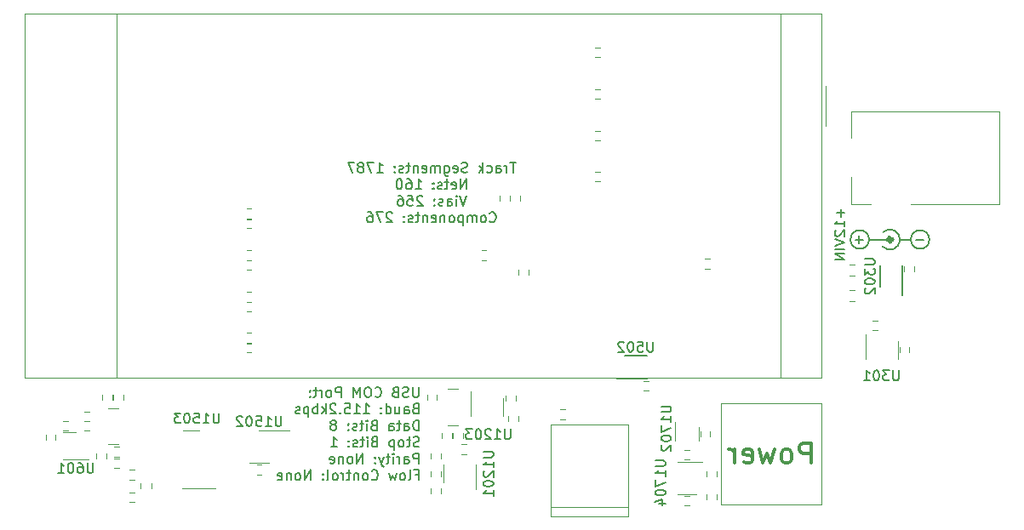
<source format=gbr>
G04 #@! TF.GenerationSoftware,KiCad,Pcbnew,(5.1.4)-1*
G04 #@! TF.CreationDate,2020-06-05T19:42:11-05:00*
G04 #@! TF.ProjectId,Pulse_Oximeter,50756c73-655f-44f7-9869-6d657465722e,rev?*
G04 #@! TF.SameCoordinates,Original*
G04 #@! TF.FileFunction,Legend,Bot*
G04 #@! TF.FilePolarity,Positive*
%FSLAX46Y46*%
G04 Gerber Fmt 4.6, Leading zero omitted, Abs format (unit mm)*
G04 Created by KiCad (PCBNEW (5.1.4)-1) date 2020-06-05 19:42:11*
%MOMM*%
%LPD*%
G04 APERTURE LIST*
%ADD10C,0.150000*%
%ADD11C,0.300000*%
%ADD12C,0.500000*%
%ADD13C,0.120000*%
G04 APERTURE END LIST*
D10*
X151175404Y-102134380D02*
X151175404Y-102943904D01*
X151127785Y-103039142D01*
X151080166Y-103086761D01*
X150984928Y-103134380D01*
X150794452Y-103134380D01*
X150699214Y-103086761D01*
X150651595Y-103039142D01*
X150603976Y-102943904D01*
X150603976Y-102134380D01*
X150175404Y-103086761D02*
X150032547Y-103134380D01*
X149794452Y-103134380D01*
X149699214Y-103086761D01*
X149651595Y-103039142D01*
X149603976Y-102943904D01*
X149603976Y-102848666D01*
X149651595Y-102753428D01*
X149699214Y-102705809D01*
X149794452Y-102658190D01*
X149984928Y-102610571D01*
X150080166Y-102562952D01*
X150127785Y-102515333D01*
X150175404Y-102420095D01*
X150175404Y-102324857D01*
X150127785Y-102229619D01*
X150080166Y-102182000D01*
X149984928Y-102134380D01*
X149746833Y-102134380D01*
X149603976Y-102182000D01*
X148842071Y-102610571D02*
X148699214Y-102658190D01*
X148651595Y-102705809D01*
X148603976Y-102801047D01*
X148603976Y-102943904D01*
X148651595Y-103039142D01*
X148699214Y-103086761D01*
X148794452Y-103134380D01*
X149175404Y-103134380D01*
X149175404Y-102134380D01*
X148842071Y-102134380D01*
X148746833Y-102182000D01*
X148699214Y-102229619D01*
X148651595Y-102324857D01*
X148651595Y-102420095D01*
X148699214Y-102515333D01*
X148746833Y-102562952D01*
X148842071Y-102610571D01*
X149175404Y-102610571D01*
X146842071Y-103039142D02*
X146889690Y-103086761D01*
X147032547Y-103134380D01*
X147127785Y-103134380D01*
X147270642Y-103086761D01*
X147365880Y-102991523D01*
X147413500Y-102896285D01*
X147461119Y-102705809D01*
X147461119Y-102562952D01*
X147413500Y-102372476D01*
X147365880Y-102277238D01*
X147270642Y-102182000D01*
X147127785Y-102134380D01*
X147032547Y-102134380D01*
X146889690Y-102182000D01*
X146842071Y-102229619D01*
X146223023Y-102134380D02*
X146032547Y-102134380D01*
X145937309Y-102182000D01*
X145842071Y-102277238D01*
X145794452Y-102467714D01*
X145794452Y-102801047D01*
X145842071Y-102991523D01*
X145937309Y-103086761D01*
X146032547Y-103134380D01*
X146223023Y-103134380D01*
X146318261Y-103086761D01*
X146413500Y-102991523D01*
X146461119Y-102801047D01*
X146461119Y-102467714D01*
X146413500Y-102277238D01*
X146318261Y-102182000D01*
X146223023Y-102134380D01*
X145365880Y-103134380D02*
X145365880Y-102134380D01*
X145032547Y-102848666D01*
X144699214Y-102134380D01*
X144699214Y-103134380D01*
X143461119Y-103134380D02*
X143461119Y-102134380D01*
X143080166Y-102134380D01*
X142984928Y-102182000D01*
X142937309Y-102229619D01*
X142889690Y-102324857D01*
X142889690Y-102467714D01*
X142937309Y-102562952D01*
X142984928Y-102610571D01*
X143080166Y-102658190D01*
X143461119Y-102658190D01*
X142318261Y-103134380D02*
X142413500Y-103086761D01*
X142461119Y-103039142D01*
X142508738Y-102943904D01*
X142508738Y-102658190D01*
X142461119Y-102562952D01*
X142413500Y-102515333D01*
X142318261Y-102467714D01*
X142175404Y-102467714D01*
X142080166Y-102515333D01*
X142032547Y-102562952D01*
X141984928Y-102658190D01*
X141984928Y-102943904D01*
X142032547Y-103039142D01*
X142080166Y-103086761D01*
X142175404Y-103134380D01*
X142318261Y-103134380D01*
X141556357Y-103134380D02*
X141556357Y-102467714D01*
X141556357Y-102658190D02*
X141508738Y-102562952D01*
X141461119Y-102515333D01*
X141365880Y-102467714D01*
X141270642Y-102467714D01*
X141080166Y-102467714D02*
X140699214Y-102467714D01*
X140937309Y-102134380D02*
X140937309Y-102991523D01*
X140889690Y-103086761D01*
X140794452Y-103134380D01*
X140699214Y-103134380D01*
X140365880Y-103039142D02*
X140318261Y-103086761D01*
X140365880Y-103134380D01*
X140413500Y-103086761D01*
X140365880Y-103039142D01*
X140365880Y-103134380D01*
X140365880Y-102515333D02*
X140318261Y-102562952D01*
X140365880Y-102610571D01*
X140413500Y-102562952D01*
X140365880Y-102515333D01*
X140365880Y-102610571D01*
X150842071Y-104260571D02*
X150699214Y-104308190D01*
X150651595Y-104355809D01*
X150603976Y-104451047D01*
X150603976Y-104593904D01*
X150651595Y-104689142D01*
X150699214Y-104736761D01*
X150794452Y-104784380D01*
X151175404Y-104784380D01*
X151175404Y-103784380D01*
X150842071Y-103784380D01*
X150746833Y-103832000D01*
X150699214Y-103879619D01*
X150651595Y-103974857D01*
X150651595Y-104070095D01*
X150699214Y-104165333D01*
X150746833Y-104212952D01*
X150842071Y-104260571D01*
X151175404Y-104260571D01*
X149746833Y-104784380D02*
X149746833Y-104260571D01*
X149794452Y-104165333D01*
X149889690Y-104117714D01*
X150080166Y-104117714D01*
X150175404Y-104165333D01*
X149746833Y-104736761D02*
X149842071Y-104784380D01*
X150080166Y-104784380D01*
X150175404Y-104736761D01*
X150223023Y-104641523D01*
X150223023Y-104546285D01*
X150175404Y-104451047D01*
X150080166Y-104403428D01*
X149842071Y-104403428D01*
X149746833Y-104355809D01*
X148842071Y-104117714D02*
X148842071Y-104784380D01*
X149270642Y-104117714D02*
X149270642Y-104641523D01*
X149223023Y-104736761D01*
X149127785Y-104784380D01*
X148984928Y-104784380D01*
X148889690Y-104736761D01*
X148842071Y-104689142D01*
X147937309Y-104784380D02*
X147937309Y-103784380D01*
X147937309Y-104736761D02*
X148032547Y-104784380D01*
X148223023Y-104784380D01*
X148318261Y-104736761D01*
X148365880Y-104689142D01*
X148413500Y-104593904D01*
X148413500Y-104308190D01*
X148365880Y-104212952D01*
X148318261Y-104165333D01*
X148223023Y-104117714D01*
X148032547Y-104117714D01*
X147937309Y-104165333D01*
X147461119Y-104689142D02*
X147413500Y-104736761D01*
X147461119Y-104784380D01*
X147508738Y-104736761D01*
X147461119Y-104689142D01*
X147461119Y-104784380D01*
X147461119Y-104165333D02*
X147413500Y-104212952D01*
X147461119Y-104260571D01*
X147508738Y-104212952D01*
X147461119Y-104165333D01*
X147461119Y-104260571D01*
X145699214Y-104784380D02*
X146270642Y-104784380D01*
X145984928Y-104784380D02*
X145984928Y-103784380D01*
X146080166Y-103927238D01*
X146175404Y-104022476D01*
X146270642Y-104070095D01*
X144746833Y-104784380D02*
X145318261Y-104784380D01*
X145032547Y-104784380D02*
X145032547Y-103784380D01*
X145127785Y-103927238D01*
X145223023Y-104022476D01*
X145318261Y-104070095D01*
X143842071Y-103784380D02*
X144318261Y-103784380D01*
X144365880Y-104260571D01*
X144318261Y-104212952D01*
X144223023Y-104165333D01*
X143984928Y-104165333D01*
X143889690Y-104212952D01*
X143842071Y-104260571D01*
X143794452Y-104355809D01*
X143794452Y-104593904D01*
X143842071Y-104689142D01*
X143889690Y-104736761D01*
X143984928Y-104784380D01*
X144223023Y-104784380D01*
X144318261Y-104736761D01*
X144365880Y-104689142D01*
X143365880Y-104689142D02*
X143318261Y-104736761D01*
X143365880Y-104784380D01*
X143413500Y-104736761D01*
X143365880Y-104689142D01*
X143365880Y-104784380D01*
X142937309Y-103879619D02*
X142889690Y-103832000D01*
X142794452Y-103784380D01*
X142556357Y-103784380D01*
X142461119Y-103832000D01*
X142413500Y-103879619D01*
X142365880Y-103974857D01*
X142365880Y-104070095D01*
X142413500Y-104212952D01*
X142984928Y-104784380D01*
X142365880Y-104784380D01*
X141937309Y-104784380D02*
X141937309Y-103784380D01*
X141842071Y-104403428D02*
X141556357Y-104784380D01*
X141556357Y-104117714D02*
X141937309Y-104498666D01*
X141127785Y-104784380D02*
X141127785Y-103784380D01*
X141127785Y-104165333D02*
X141032547Y-104117714D01*
X140842071Y-104117714D01*
X140746833Y-104165333D01*
X140699214Y-104212952D01*
X140651595Y-104308190D01*
X140651595Y-104593904D01*
X140699214Y-104689142D01*
X140746833Y-104736761D01*
X140842071Y-104784380D01*
X141032547Y-104784380D01*
X141127785Y-104736761D01*
X140223023Y-104117714D02*
X140223023Y-105117714D01*
X140223023Y-104165333D02*
X140127785Y-104117714D01*
X139937309Y-104117714D01*
X139842071Y-104165333D01*
X139794452Y-104212952D01*
X139746833Y-104308190D01*
X139746833Y-104593904D01*
X139794452Y-104689142D01*
X139842071Y-104736761D01*
X139937309Y-104784380D01*
X140127785Y-104784380D01*
X140223023Y-104736761D01*
X139365880Y-104736761D02*
X139270642Y-104784380D01*
X139080166Y-104784380D01*
X138984928Y-104736761D01*
X138937309Y-104641523D01*
X138937309Y-104593904D01*
X138984928Y-104498666D01*
X139080166Y-104451047D01*
X139223023Y-104451047D01*
X139318261Y-104403428D01*
X139365880Y-104308190D01*
X139365880Y-104260571D01*
X139318261Y-104165333D01*
X139223023Y-104117714D01*
X139080166Y-104117714D01*
X138984928Y-104165333D01*
X151175404Y-106434380D02*
X151175404Y-105434380D01*
X150937309Y-105434380D01*
X150794452Y-105482000D01*
X150699214Y-105577238D01*
X150651595Y-105672476D01*
X150603976Y-105862952D01*
X150603976Y-106005809D01*
X150651595Y-106196285D01*
X150699214Y-106291523D01*
X150794452Y-106386761D01*
X150937309Y-106434380D01*
X151175404Y-106434380D01*
X149746833Y-106434380D02*
X149746833Y-105910571D01*
X149794452Y-105815333D01*
X149889690Y-105767714D01*
X150080166Y-105767714D01*
X150175404Y-105815333D01*
X149746833Y-106386761D02*
X149842071Y-106434380D01*
X150080166Y-106434380D01*
X150175404Y-106386761D01*
X150223023Y-106291523D01*
X150223023Y-106196285D01*
X150175404Y-106101047D01*
X150080166Y-106053428D01*
X149842071Y-106053428D01*
X149746833Y-106005809D01*
X149413500Y-105767714D02*
X149032547Y-105767714D01*
X149270642Y-105434380D02*
X149270642Y-106291523D01*
X149223023Y-106386761D01*
X149127785Y-106434380D01*
X149032547Y-106434380D01*
X148270642Y-106434380D02*
X148270642Y-105910571D01*
X148318261Y-105815333D01*
X148413500Y-105767714D01*
X148603976Y-105767714D01*
X148699214Y-105815333D01*
X148270642Y-106386761D02*
X148365880Y-106434380D01*
X148603976Y-106434380D01*
X148699214Y-106386761D01*
X148746833Y-106291523D01*
X148746833Y-106196285D01*
X148699214Y-106101047D01*
X148603976Y-106053428D01*
X148365880Y-106053428D01*
X148270642Y-106005809D01*
X146699214Y-105910571D02*
X146556357Y-105958190D01*
X146508738Y-106005809D01*
X146461119Y-106101047D01*
X146461119Y-106243904D01*
X146508738Y-106339142D01*
X146556357Y-106386761D01*
X146651595Y-106434380D01*
X147032547Y-106434380D01*
X147032547Y-105434380D01*
X146699214Y-105434380D01*
X146603976Y-105482000D01*
X146556357Y-105529619D01*
X146508738Y-105624857D01*
X146508738Y-105720095D01*
X146556357Y-105815333D01*
X146603976Y-105862952D01*
X146699214Y-105910571D01*
X147032547Y-105910571D01*
X146032547Y-106434380D02*
X146032547Y-105767714D01*
X146032547Y-105434380D02*
X146080166Y-105482000D01*
X146032547Y-105529619D01*
X145984928Y-105482000D01*
X146032547Y-105434380D01*
X146032547Y-105529619D01*
X145699214Y-105767714D02*
X145318261Y-105767714D01*
X145556357Y-105434380D02*
X145556357Y-106291523D01*
X145508738Y-106386761D01*
X145413500Y-106434380D01*
X145318261Y-106434380D01*
X145032547Y-106386761D02*
X144937309Y-106434380D01*
X144746833Y-106434380D01*
X144651595Y-106386761D01*
X144603976Y-106291523D01*
X144603976Y-106243904D01*
X144651595Y-106148666D01*
X144746833Y-106101047D01*
X144889690Y-106101047D01*
X144984928Y-106053428D01*
X145032547Y-105958190D01*
X145032547Y-105910571D01*
X144984928Y-105815333D01*
X144889690Y-105767714D01*
X144746833Y-105767714D01*
X144651595Y-105815333D01*
X144175404Y-106339142D02*
X144127785Y-106386761D01*
X144175404Y-106434380D01*
X144223023Y-106386761D01*
X144175404Y-106339142D01*
X144175404Y-106434380D01*
X144175404Y-105815333D02*
X144127785Y-105862952D01*
X144175404Y-105910571D01*
X144223023Y-105862952D01*
X144175404Y-105815333D01*
X144175404Y-105910571D01*
X142794452Y-105862952D02*
X142889690Y-105815333D01*
X142937309Y-105767714D01*
X142984928Y-105672476D01*
X142984928Y-105624857D01*
X142937309Y-105529619D01*
X142889690Y-105482000D01*
X142794452Y-105434380D01*
X142603976Y-105434380D01*
X142508738Y-105482000D01*
X142461119Y-105529619D01*
X142413500Y-105624857D01*
X142413500Y-105672476D01*
X142461119Y-105767714D01*
X142508738Y-105815333D01*
X142603976Y-105862952D01*
X142794452Y-105862952D01*
X142889690Y-105910571D01*
X142937309Y-105958190D01*
X142984928Y-106053428D01*
X142984928Y-106243904D01*
X142937309Y-106339142D01*
X142889690Y-106386761D01*
X142794452Y-106434380D01*
X142603976Y-106434380D01*
X142508738Y-106386761D01*
X142461119Y-106339142D01*
X142413500Y-106243904D01*
X142413500Y-106053428D01*
X142461119Y-105958190D01*
X142508738Y-105910571D01*
X142603976Y-105862952D01*
X151223023Y-108036761D02*
X151080166Y-108084380D01*
X150842071Y-108084380D01*
X150746833Y-108036761D01*
X150699214Y-107989142D01*
X150651595Y-107893904D01*
X150651595Y-107798666D01*
X150699214Y-107703428D01*
X150746833Y-107655809D01*
X150842071Y-107608190D01*
X151032547Y-107560571D01*
X151127785Y-107512952D01*
X151175404Y-107465333D01*
X151223023Y-107370095D01*
X151223023Y-107274857D01*
X151175404Y-107179619D01*
X151127785Y-107132000D01*
X151032547Y-107084380D01*
X150794452Y-107084380D01*
X150651595Y-107132000D01*
X150365880Y-107417714D02*
X149984928Y-107417714D01*
X150223023Y-107084380D02*
X150223023Y-107941523D01*
X150175404Y-108036761D01*
X150080166Y-108084380D01*
X149984928Y-108084380D01*
X149508738Y-108084380D02*
X149603976Y-108036761D01*
X149651595Y-107989142D01*
X149699214Y-107893904D01*
X149699214Y-107608190D01*
X149651595Y-107512952D01*
X149603976Y-107465333D01*
X149508738Y-107417714D01*
X149365880Y-107417714D01*
X149270642Y-107465333D01*
X149223023Y-107512952D01*
X149175404Y-107608190D01*
X149175404Y-107893904D01*
X149223023Y-107989142D01*
X149270642Y-108036761D01*
X149365880Y-108084380D01*
X149508738Y-108084380D01*
X148746833Y-107417714D02*
X148746833Y-108417714D01*
X148746833Y-107465333D02*
X148651595Y-107417714D01*
X148461119Y-107417714D01*
X148365880Y-107465333D01*
X148318261Y-107512952D01*
X148270642Y-107608190D01*
X148270642Y-107893904D01*
X148318261Y-107989142D01*
X148365880Y-108036761D01*
X148461119Y-108084380D01*
X148651595Y-108084380D01*
X148746833Y-108036761D01*
X146746833Y-107560571D02*
X146603976Y-107608190D01*
X146556357Y-107655809D01*
X146508738Y-107751047D01*
X146508738Y-107893904D01*
X146556357Y-107989142D01*
X146603976Y-108036761D01*
X146699214Y-108084380D01*
X147080166Y-108084380D01*
X147080166Y-107084380D01*
X146746833Y-107084380D01*
X146651595Y-107132000D01*
X146603976Y-107179619D01*
X146556357Y-107274857D01*
X146556357Y-107370095D01*
X146603976Y-107465333D01*
X146651595Y-107512952D01*
X146746833Y-107560571D01*
X147080166Y-107560571D01*
X146080166Y-108084380D02*
X146080166Y-107417714D01*
X146080166Y-107084380D02*
X146127785Y-107132000D01*
X146080166Y-107179619D01*
X146032547Y-107132000D01*
X146080166Y-107084380D01*
X146080166Y-107179619D01*
X145746833Y-107417714D02*
X145365880Y-107417714D01*
X145603976Y-107084380D02*
X145603976Y-107941523D01*
X145556357Y-108036761D01*
X145461119Y-108084380D01*
X145365880Y-108084380D01*
X145080166Y-108036761D02*
X144984928Y-108084380D01*
X144794452Y-108084380D01*
X144699214Y-108036761D01*
X144651595Y-107941523D01*
X144651595Y-107893904D01*
X144699214Y-107798666D01*
X144794452Y-107751047D01*
X144937309Y-107751047D01*
X145032547Y-107703428D01*
X145080166Y-107608190D01*
X145080166Y-107560571D01*
X145032547Y-107465333D01*
X144937309Y-107417714D01*
X144794452Y-107417714D01*
X144699214Y-107465333D01*
X144223023Y-107989142D02*
X144175404Y-108036761D01*
X144223023Y-108084380D01*
X144270642Y-108036761D01*
X144223023Y-107989142D01*
X144223023Y-108084380D01*
X144223023Y-107465333D02*
X144175404Y-107512952D01*
X144223023Y-107560571D01*
X144270642Y-107512952D01*
X144223023Y-107465333D01*
X144223023Y-107560571D01*
X142461119Y-108084380D02*
X143032547Y-108084380D01*
X142746833Y-108084380D02*
X142746833Y-107084380D01*
X142842071Y-107227238D01*
X142937309Y-107322476D01*
X143032547Y-107370095D01*
X151175404Y-109734380D02*
X151175404Y-108734380D01*
X150794452Y-108734380D01*
X150699214Y-108782000D01*
X150651595Y-108829619D01*
X150603976Y-108924857D01*
X150603976Y-109067714D01*
X150651595Y-109162952D01*
X150699214Y-109210571D01*
X150794452Y-109258190D01*
X151175404Y-109258190D01*
X149746833Y-109734380D02*
X149746833Y-109210571D01*
X149794452Y-109115333D01*
X149889690Y-109067714D01*
X150080166Y-109067714D01*
X150175404Y-109115333D01*
X149746833Y-109686761D02*
X149842071Y-109734380D01*
X150080166Y-109734380D01*
X150175404Y-109686761D01*
X150223023Y-109591523D01*
X150223023Y-109496285D01*
X150175404Y-109401047D01*
X150080166Y-109353428D01*
X149842071Y-109353428D01*
X149746833Y-109305809D01*
X149270642Y-109734380D02*
X149270642Y-109067714D01*
X149270642Y-109258190D02*
X149223023Y-109162952D01*
X149175404Y-109115333D01*
X149080166Y-109067714D01*
X148984928Y-109067714D01*
X148651595Y-109734380D02*
X148651595Y-109067714D01*
X148651595Y-108734380D02*
X148699214Y-108782000D01*
X148651595Y-108829619D01*
X148603976Y-108782000D01*
X148651595Y-108734380D01*
X148651595Y-108829619D01*
X148318261Y-109067714D02*
X147937309Y-109067714D01*
X148175404Y-108734380D02*
X148175404Y-109591523D01*
X148127785Y-109686761D01*
X148032547Y-109734380D01*
X147937309Y-109734380D01*
X147699214Y-109067714D02*
X147461119Y-109734380D01*
X147223023Y-109067714D02*
X147461119Y-109734380D01*
X147556357Y-109972476D01*
X147603976Y-110020095D01*
X147699214Y-110067714D01*
X146842071Y-109639142D02*
X146794452Y-109686761D01*
X146842071Y-109734380D01*
X146889690Y-109686761D01*
X146842071Y-109639142D01*
X146842071Y-109734380D01*
X146842071Y-109115333D02*
X146794452Y-109162952D01*
X146842071Y-109210571D01*
X146889690Y-109162952D01*
X146842071Y-109115333D01*
X146842071Y-109210571D01*
X145603976Y-109734380D02*
X145603976Y-108734380D01*
X145032547Y-109734380D01*
X145032547Y-108734380D01*
X144413500Y-109734380D02*
X144508738Y-109686761D01*
X144556357Y-109639142D01*
X144603976Y-109543904D01*
X144603976Y-109258190D01*
X144556357Y-109162952D01*
X144508738Y-109115333D01*
X144413500Y-109067714D01*
X144270642Y-109067714D01*
X144175404Y-109115333D01*
X144127785Y-109162952D01*
X144080166Y-109258190D01*
X144080166Y-109543904D01*
X144127785Y-109639142D01*
X144175404Y-109686761D01*
X144270642Y-109734380D01*
X144413500Y-109734380D01*
X143651595Y-109067714D02*
X143651595Y-109734380D01*
X143651595Y-109162952D02*
X143603976Y-109115333D01*
X143508738Y-109067714D01*
X143365880Y-109067714D01*
X143270642Y-109115333D01*
X143223023Y-109210571D01*
X143223023Y-109734380D01*
X142365880Y-109686761D02*
X142461119Y-109734380D01*
X142651595Y-109734380D01*
X142746833Y-109686761D01*
X142794452Y-109591523D01*
X142794452Y-109210571D01*
X142746833Y-109115333D01*
X142651595Y-109067714D01*
X142461119Y-109067714D01*
X142365880Y-109115333D01*
X142318261Y-109210571D01*
X142318261Y-109305809D01*
X142794452Y-109401047D01*
X150842071Y-110860571D02*
X151175404Y-110860571D01*
X151175404Y-111384380D02*
X151175404Y-110384380D01*
X150699214Y-110384380D01*
X150175404Y-111384380D02*
X150270642Y-111336761D01*
X150318261Y-111241523D01*
X150318261Y-110384380D01*
X149651595Y-111384380D02*
X149746833Y-111336761D01*
X149794452Y-111289142D01*
X149842071Y-111193904D01*
X149842071Y-110908190D01*
X149794452Y-110812952D01*
X149746833Y-110765333D01*
X149651595Y-110717714D01*
X149508738Y-110717714D01*
X149413500Y-110765333D01*
X149365880Y-110812952D01*
X149318261Y-110908190D01*
X149318261Y-111193904D01*
X149365880Y-111289142D01*
X149413500Y-111336761D01*
X149508738Y-111384380D01*
X149651595Y-111384380D01*
X148984928Y-110717714D02*
X148794452Y-111384380D01*
X148603976Y-110908190D01*
X148413500Y-111384380D01*
X148223023Y-110717714D01*
X146508738Y-111289142D02*
X146556357Y-111336761D01*
X146699214Y-111384380D01*
X146794452Y-111384380D01*
X146937309Y-111336761D01*
X147032547Y-111241523D01*
X147080166Y-111146285D01*
X147127785Y-110955809D01*
X147127785Y-110812952D01*
X147080166Y-110622476D01*
X147032547Y-110527238D01*
X146937309Y-110432000D01*
X146794452Y-110384380D01*
X146699214Y-110384380D01*
X146556357Y-110432000D01*
X146508738Y-110479619D01*
X145937309Y-111384380D02*
X146032547Y-111336761D01*
X146080166Y-111289142D01*
X146127785Y-111193904D01*
X146127785Y-110908190D01*
X146080166Y-110812952D01*
X146032547Y-110765333D01*
X145937309Y-110717714D01*
X145794452Y-110717714D01*
X145699214Y-110765333D01*
X145651595Y-110812952D01*
X145603976Y-110908190D01*
X145603976Y-111193904D01*
X145651595Y-111289142D01*
X145699214Y-111336761D01*
X145794452Y-111384380D01*
X145937309Y-111384380D01*
X145175404Y-110717714D02*
X145175404Y-111384380D01*
X145175404Y-110812952D02*
X145127785Y-110765333D01*
X145032547Y-110717714D01*
X144889690Y-110717714D01*
X144794452Y-110765333D01*
X144746833Y-110860571D01*
X144746833Y-111384380D01*
X144413500Y-110717714D02*
X144032547Y-110717714D01*
X144270642Y-110384380D02*
X144270642Y-111241523D01*
X144223023Y-111336761D01*
X144127785Y-111384380D01*
X144032547Y-111384380D01*
X143699214Y-111384380D02*
X143699214Y-110717714D01*
X143699214Y-110908190D02*
X143651595Y-110812952D01*
X143603976Y-110765333D01*
X143508738Y-110717714D01*
X143413500Y-110717714D01*
X142937309Y-111384380D02*
X143032547Y-111336761D01*
X143080166Y-111289142D01*
X143127785Y-111193904D01*
X143127785Y-110908190D01*
X143080166Y-110812952D01*
X143032547Y-110765333D01*
X142937309Y-110717714D01*
X142794452Y-110717714D01*
X142699214Y-110765333D01*
X142651595Y-110812952D01*
X142603976Y-110908190D01*
X142603976Y-111193904D01*
X142651595Y-111289142D01*
X142699214Y-111336761D01*
X142794452Y-111384380D01*
X142937309Y-111384380D01*
X142032547Y-111384380D02*
X142127785Y-111336761D01*
X142175404Y-111241523D01*
X142175404Y-110384380D01*
X141651595Y-111289142D02*
X141603976Y-111336761D01*
X141651595Y-111384380D01*
X141699214Y-111336761D01*
X141651595Y-111289142D01*
X141651595Y-111384380D01*
X141651595Y-110765333D02*
X141603976Y-110812952D01*
X141651595Y-110860571D01*
X141699214Y-110812952D01*
X141651595Y-110765333D01*
X141651595Y-110860571D01*
X140413500Y-111384380D02*
X140413500Y-110384380D01*
X139842071Y-111384380D01*
X139842071Y-110384380D01*
X139223023Y-111384380D02*
X139318261Y-111336761D01*
X139365880Y-111289142D01*
X139413500Y-111193904D01*
X139413500Y-110908190D01*
X139365880Y-110812952D01*
X139318261Y-110765333D01*
X139223023Y-110717714D01*
X139080166Y-110717714D01*
X138984928Y-110765333D01*
X138937309Y-110812952D01*
X138889690Y-110908190D01*
X138889690Y-111193904D01*
X138937309Y-111289142D01*
X138984928Y-111336761D01*
X139080166Y-111384380D01*
X139223023Y-111384380D01*
X138461119Y-110717714D02*
X138461119Y-111384380D01*
X138461119Y-110812952D02*
X138413500Y-110765333D01*
X138318261Y-110717714D01*
X138175404Y-110717714D01*
X138080166Y-110765333D01*
X138032547Y-110860571D01*
X138032547Y-111384380D01*
X137175404Y-111336761D02*
X137270642Y-111384380D01*
X137461119Y-111384380D01*
X137556357Y-111336761D01*
X137603976Y-111241523D01*
X137603976Y-110860571D01*
X137556357Y-110765333D01*
X137461119Y-110717714D01*
X137270642Y-110717714D01*
X137175404Y-110765333D01*
X137127785Y-110860571D01*
X137127785Y-110955809D01*
X137603976Y-111051047D01*
X160844452Y-79781380D02*
X160273023Y-79781380D01*
X160558738Y-80781380D02*
X160558738Y-79781380D01*
X159939690Y-80781380D02*
X159939690Y-80114714D01*
X159939690Y-80305190D02*
X159892071Y-80209952D01*
X159844452Y-80162333D01*
X159749214Y-80114714D01*
X159653976Y-80114714D01*
X158892071Y-80781380D02*
X158892071Y-80257571D01*
X158939690Y-80162333D01*
X159034928Y-80114714D01*
X159225404Y-80114714D01*
X159320642Y-80162333D01*
X158892071Y-80733761D02*
X158987309Y-80781380D01*
X159225404Y-80781380D01*
X159320642Y-80733761D01*
X159368261Y-80638523D01*
X159368261Y-80543285D01*
X159320642Y-80448047D01*
X159225404Y-80400428D01*
X158987309Y-80400428D01*
X158892071Y-80352809D01*
X157987309Y-80733761D02*
X158082547Y-80781380D01*
X158273023Y-80781380D01*
X158368261Y-80733761D01*
X158415880Y-80686142D01*
X158463500Y-80590904D01*
X158463500Y-80305190D01*
X158415880Y-80209952D01*
X158368261Y-80162333D01*
X158273023Y-80114714D01*
X158082547Y-80114714D01*
X157987309Y-80162333D01*
X157558738Y-80781380D02*
X157558738Y-79781380D01*
X157463500Y-80400428D02*
X157177785Y-80781380D01*
X157177785Y-80114714D02*
X157558738Y-80495666D01*
X156034928Y-80733761D02*
X155892071Y-80781380D01*
X155653976Y-80781380D01*
X155558738Y-80733761D01*
X155511119Y-80686142D01*
X155463500Y-80590904D01*
X155463500Y-80495666D01*
X155511119Y-80400428D01*
X155558738Y-80352809D01*
X155653976Y-80305190D01*
X155844452Y-80257571D01*
X155939690Y-80209952D01*
X155987309Y-80162333D01*
X156034928Y-80067095D01*
X156034928Y-79971857D01*
X155987309Y-79876619D01*
X155939690Y-79829000D01*
X155844452Y-79781380D01*
X155606357Y-79781380D01*
X155463500Y-79829000D01*
X154653976Y-80733761D02*
X154749214Y-80781380D01*
X154939690Y-80781380D01*
X155034928Y-80733761D01*
X155082547Y-80638523D01*
X155082547Y-80257571D01*
X155034928Y-80162333D01*
X154939690Y-80114714D01*
X154749214Y-80114714D01*
X154653976Y-80162333D01*
X154606357Y-80257571D01*
X154606357Y-80352809D01*
X155082547Y-80448047D01*
X153749214Y-80114714D02*
X153749214Y-80924238D01*
X153796833Y-81019476D01*
X153844452Y-81067095D01*
X153939690Y-81114714D01*
X154082547Y-81114714D01*
X154177785Y-81067095D01*
X153749214Y-80733761D02*
X153844452Y-80781380D01*
X154034928Y-80781380D01*
X154130166Y-80733761D01*
X154177785Y-80686142D01*
X154225404Y-80590904D01*
X154225404Y-80305190D01*
X154177785Y-80209952D01*
X154130166Y-80162333D01*
X154034928Y-80114714D01*
X153844452Y-80114714D01*
X153749214Y-80162333D01*
X153273023Y-80781380D02*
X153273023Y-80114714D01*
X153273023Y-80209952D02*
X153225404Y-80162333D01*
X153130166Y-80114714D01*
X152987309Y-80114714D01*
X152892071Y-80162333D01*
X152844452Y-80257571D01*
X152844452Y-80781380D01*
X152844452Y-80257571D02*
X152796833Y-80162333D01*
X152701595Y-80114714D01*
X152558738Y-80114714D01*
X152463500Y-80162333D01*
X152415880Y-80257571D01*
X152415880Y-80781380D01*
X151558738Y-80733761D02*
X151653976Y-80781380D01*
X151844452Y-80781380D01*
X151939690Y-80733761D01*
X151987309Y-80638523D01*
X151987309Y-80257571D01*
X151939690Y-80162333D01*
X151844452Y-80114714D01*
X151653976Y-80114714D01*
X151558738Y-80162333D01*
X151511119Y-80257571D01*
X151511119Y-80352809D01*
X151987309Y-80448047D01*
X151082547Y-80114714D02*
X151082547Y-80781380D01*
X151082547Y-80209952D02*
X151034928Y-80162333D01*
X150939690Y-80114714D01*
X150796833Y-80114714D01*
X150701595Y-80162333D01*
X150653976Y-80257571D01*
X150653976Y-80781380D01*
X150320642Y-80114714D02*
X149939690Y-80114714D01*
X150177785Y-79781380D02*
X150177785Y-80638523D01*
X150130166Y-80733761D01*
X150034928Y-80781380D01*
X149939690Y-80781380D01*
X149653976Y-80733761D02*
X149558738Y-80781380D01*
X149368261Y-80781380D01*
X149273023Y-80733761D01*
X149225404Y-80638523D01*
X149225404Y-80590904D01*
X149273023Y-80495666D01*
X149368261Y-80448047D01*
X149511119Y-80448047D01*
X149606357Y-80400428D01*
X149653976Y-80305190D01*
X149653976Y-80257571D01*
X149606357Y-80162333D01*
X149511119Y-80114714D01*
X149368261Y-80114714D01*
X149273023Y-80162333D01*
X148796833Y-80686142D02*
X148749214Y-80733761D01*
X148796833Y-80781380D01*
X148844452Y-80733761D01*
X148796833Y-80686142D01*
X148796833Y-80781380D01*
X148796833Y-80162333D02*
X148749214Y-80209952D01*
X148796833Y-80257571D01*
X148844452Y-80209952D01*
X148796833Y-80162333D01*
X148796833Y-80257571D01*
X147034928Y-80781380D02*
X147606357Y-80781380D01*
X147320642Y-80781380D02*
X147320642Y-79781380D01*
X147415880Y-79924238D01*
X147511119Y-80019476D01*
X147606357Y-80067095D01*
X146701595Y-79781380D02*
X146034928Y-79781380D01*
X146463500Y-80781380D01*
X145511119Y-80209952D02*
X145606357Y-80162333D01*
X145653976Y-80114714D01*
X145701595Y-80019476D01*
X145701595Y-79971857D01*
X145653976Y-79876619D01*
X145606357Y-79829000D01*
X145511119Y-79781380D01*
X145320642Y-79781380D01*
X145225404Y-79829000D01*
X145177785Y-79876619D01*
X145130166Y-79971857D01*
X145130166Y-80019476D01*
X145177785Y-80114714D01*
X145225404Y-80162333D01*
X145320642Y-80209952D01*
X145511119Y-80209952D01*
X145606357Y-80257571D01*
X145653976Y-80305190D01*
X145701595Y-80400428D01*
X145701595Y-80590904D01*
X145653976Y-80686142D01*
X145606357Y-80733761D01*
X145511119Y-80781380D01*
X145320642Y-80781380D01*
X145225404Y-80733761D01*
X145177785Y-80686142D01*
X145130166Y-80590904D01*
X145130166Y-80400428D01*
X145177785Y-80305190D01*
X145225404Y-80257571D01*
X145320642Y-80209952D01*
X144796833Y-79781380D02*
X144130166Y-79781380D01*
X144558738Y-80781380D01*
X155915880Y-82431380D02*
X155915880Y-81431380D01*
X155344452Y-82431380D01*
X155344452Y-81431380D01*
X154487309Y-82383761D02*
X154582547Y-82431380D01*
X154773023Y-82431380D01*
X154868261Y-82383761D01*
X154915880Y-82288523D01*
X154915880Y-81907571D01*
X154868261Y-81812333D01*
X154773023Y-81764714D01*
X154582547Y-81764714D01*
X154487309Y-81812333D01*
X154439690Y-81907571D01*
X154439690Y-82002809D01*
X154915880Y-82098047D01*
X154153976Y-81764714D02*
X153773023Y-81764714D01*
X154011119Y-81431380D02*
X154011119Y-82288523D01*
X153963500Y-82383761D01*
X153868261Y-82431380D01*
X153773023Y-82431380D01*
X153487309Y-82383761D02*
X153392071Y-82431380D01*
X153201595Y-82431380D01*
X153106357Y-82383761D01*
X153058738Y-82288523D01*
X153058738Y-82240904D01*
X153106357Y-82145666D01*
X153201595Y-82098047D01*
X153344452Y-82098047D01*
X153439690Y-82050428D01*
X153487309Y-81955190D01*
X153487309Y-81907571D01*
X153439690Y-81812333D01*
X153344452Y-81764714D01*
X153201595Y-81764714D01*
X153106357Y-81812333D01*
X152630166Y-82336142D02*
X152582547Y-82383761D01*
X152630166Y-82431380D01*
X152677785Y-82383761D01*
X152630166Y-82336142D01*
X152630166Y-82431380D01*
X152630166Y-81812333D02*
X152582547Y-81859952D01*
X152630166Y-81907571D01*
X152677785Y-81859952D01*
X152630166Y-81812333D01*
X152630166Y-81907571D01*
X150868261Y-82431380D02*
X151439690Y-82431380D01*
X151153976Y-82431380D02*
X151153976Y-81431380D01*
X151249214Y-81574238D01*
X151344452Y-81669476D01*
X151439690Y-81717095D01*
X150011119Y-81431380D02*
X150201595Y-81431380D01*
X150296833Y-81479000D01*
X150344452Y-81526619D01*
X150439690Y-81669476D01*
X150487309Y-81859952D01*
X150487309Y-82240904D01*
X150439690Y-82336142D01*
X150392071Y-82383761D01*
X150296833Y-82431380D01*
X150106357Y-82431380D01*
X150011119Y-82383761D01*
X149963500Y-82336142D01*
X149915880Y-82240904D01*
X149915880Y-82002809D01*
X149963500Y-81907571D01*
X150011119Y-81859952D01*
X150106357Y-81812333D01*
X150296833Y-81812333D01*
X150392071Y-81859952D01*
X150439690Y-81907571D01*
X150487309Y-82002809D01*
X149296833Y-81431380D02*
X149201595Y-81431380D01*
X149106357Y-81479000D01*
X149058738Y-81526619D01*
X149011119Y-81621857D01*
X148963500Y-81812333D01*
X148963500Y-82050428D01*
X149011119Y-82240904D01*
X149058738Y-82336142D01*
X149106357Y-82383761D01*
X149201595Y-82431380D01*
X149296833Y-82431380D01*
X149392071Y-82383761D01*
X149439690Y-82336142D01*
X149487309Y-82240904D01*
X149534928Y-82050428D01*
X149534928Y-81812333D01*
X149487309Y-81621857D01*
X149439690Y-81526619D01*
X149392071Y-81479000D01*
X149296833Y-81431380D01*
X155939690Y-83081380D02*
X155606357Y-84081380D01*
X155273023Y-83081380D01*
X154939690Y-84081380D02*
X154939690Y-83414714D01*
X154939690Y-83081380D02*
X154987309Y-83129000D01*
X154939690Y-83176619D01*
X154892071Y-83129000D01*
X154939690Y-83081380D01*
X154939690Y-83176619D01*
X154034928Y-84081380D02*
X154034928Y-83557571D01*
X154082547Y-83462333D01*
X154177785Y-83414714D01*
X154368261Y-83414714D01*
X154463500Y-83462333D01*
X154034928Y-84033761D02*
X154130166Y-84081380D01*
X154368261Y-84081380D01*
X154463500Y-84033761D01*
X154511119Y-83938523D01*
X154511119Y-83843285D01*
X154463500Y-83748047D01*
X154368261Y-83700428D01*
X154130166Y-83700428D01*
X154034928Y-83652809D01*
X153606357Y-84033761D02*
X153511119Y-84081380D01*
X153320642Y-84081380D01*
X153225404Y-84033761D01*
X153177785Y-83938523D01*
X153177785Y-83890904D01*
X153225404Y-83795666D01*
X153320642Y-83748047D01*
X153463500Y-83748047D01*
X153558738Y-83700428D01*
X153606357Y-83605190D01*
X153606357Y-83557571D01*
X153558738Y-83462333D01*
X153463500Y-83414714D01*
X153320642Y-83414714D01*
X153225404Y-83462333D01*
X152749214Y-83986142D02*
X152701595Y-84033761D01*
X152749214Y-84081380D01*
X152796833Y-84033761D01*
X152749214Y-83986142D01*
X152749214Y-84081380D01*
X152749214Y-83462333D02*
X152701595Y-83509952D01*
X152749214Y-83557571D01*
X152796833Y-83509952D01*
X152749214Y-83462333D01*
X152749214Y-83557571D01*
X151558738Y-83176619D02*
X151511119Y-83129000D01*
X151415880Y-83081380D01*
X151177785Y-83081380D01*
X151082547Y-83129000D01*
X151034928Y-83176619D01*
X150987309Y-83271857D01*
X150987309Y-83367095D01*
X151034928Y-83509952D01*
X151606357Y-84081380D01*
X150987309Y-84081380D01*
X150082547Y-83081380D02*
X150558738Y-83081380D01*
X150606357Y-83557571D01*
X150558738Y-83509952D01*
X150463500Y-83462333D01*
X150225404Y-83462333D01*
X150130166Y-83509952D01*
X150082547Y-83557571D01*
X150034928Y-83652809D01*
X150034928Y-83890904D01*
X150082547Y-83986142D01*
X150130166Y-84033761D01*
X150225404Y-84081380D01*
X150463500Y-84081380D01*
X150558738Y-84033761D01*
X150606357Y-83986142D01*
X149177785Y-83081380D02*
X149368261Y-83081380D01*
X149463500Y-83129000D01*
X149511119Y-83176619D01*
X149606357Y-83319476D01*
X149653976Y-83509952D01*
X149653976Y-83890904D01*
X149606357Y-83986142D01*
X149558738Y-84033761D01*
X149463500Y-84081380D01*
X149273023Y-84081380D01*
X149177785Y-84033761D01*
X149130166Y-83986142D01*
X149082547Y-83890904D01*
X149082547Y-83652809D01*
X149130166Y-83557571D01*
X149177785Y-83509952D01*
X149273023Y-83462333D01*
X149463500Y-83462333D01*
X149558738Y-83509952D01*
X149606357Y-83557571D01*
X149653976Y-83652809D01*
X158249214Y-85636142D02*
X158296833Y-85683761D01*
X158439690Y-85731380D01*
X158534928Y-85731380D01*
X158677785Y-85683761D01*
X158773023Y-85588523D01*
X158820642Y-85493285D01*
X158868261Y-85302809D01*
X158868261Y-85159952D01*
X158820642Y-84969476D01*
X158773023Y-84874238D01*
X158677785Y-84779000D01*
X158534928Y-84731380D01*
X158439690Y-84731380D01*
X158296833Y-84779000D01*
X158249214Y-84826619D01*
X157677785Y-85731380D02*
X157773023Y-85683761D01*
X157820642Y-85636142D01*
X157868261Y-85540904D01*
X157868261Y-85255190D01*
X157820642Y-85159952D01*
X157773023Y-85112333D01*
X157677785Y-85064714D01*
X157534928Y-85064714D01*
X157439690Y-85112333D01*
X157392071Y-85159952D01*
X157344452Y-85255190D01*
X157344452Y-85540904D01*
X157392071Y-85636142D01*
X157439690Y-85683761D01*
X157534928Y-85731380D01*
X157677785Y-85731380D01*
X156915880Y-85731380D02*
X156915880Y-85064714D01*
X156915880Y-85159952D02*
X156868261Y-85112333D01*
X156773023Y-85064714D01*
X156630166Y-85064714D01*
X156534928Y-85112333D01*
X156487309Y-85207571D01*
X156487309Y-85731380D01*
X156487309Y-85207571D02*
X156439690Y-85112333D01*
X156344452Y-85064714D01*
X156201595Y-85064714D01*
X156106357Y-85112333D01*
X156058738Y-85207571D01*
X156058738Y-85731380D01*
X155582547Y-85064714D02*
X155582547Y-86064714D01*
X155582547Y-85112333D02*
X155487309Y-85064714D01*
X155296833Y-85064714D01*
X155201595Y-85112333D01*
X155153976Y-85159952D01*
X155106357Y-85255190D01*
X155106357Y-85540904D01*
X155153976Y-85636142D01*
X155201595Y-85683761D01*
X155296833Y-85731380D01*
X155487309Y-85731380D01*
X155582547Y-85683761D01*
X154534928Y-85731380D02*
X154630166Y-85683761D01*
X154677785Y-85636142D01*
X154725404Y-85540904D01*
X154725404Y-85255190D01*
X154677785Y-85159952D01*
X154630166Y-85112333D01*
X154534928Y-85064714D01*
X154392071Y-85064714D01*
X154296833Y-85112333D01*
X154249214Y-85159952D01*
X154201595Y-85255190D01*
X154201595Y-85540904D01*
X154249214Y-85636142D01*
X154296833Y-85683761D01*
X154392071Y-85731380D01*
X154534928Y-85731380D01*
X153773023Y-85064714D02*
X153773023Y-85731380D01*
X153773023Y-85159952D02*
X153725404Y-85112333D01*
X153630166Y-85064714D01*
X153487309Y-85064714D01*
X153392071Y-85112333D01*
X153344452Y-85207571D01*
X153344452Y-85731380D01*
X152487309Y-85683761D02*
X152582547Y-85731380D01*
X152773023Y-85731380D01*
X152868261Y-85683761D01*
X152915880Y-85588523D01*
X152915880Y-85207571D01*
X152868261Y-85112333D01*
X152773023Y-85064714D01*
X152582547Y-85064714D01*
X152487309Y-85112333D01*
X152439690Y-85207571D01*
X152439690Y-85302809D01*
X152915880Y-85398047D01*
X152011119Y-85064714D02*
X152011119Y-85731380D01*
X152011119Y-85159952D02*
X151963500Y-85112333D01*
X151868261Y-85064714D01*
X151725404Y-85064714D01*
X151630166Y-85112333D01*
X151582547Y-85207571D01*
X151582547Y-85731380D01*
X151249214Y-85064714D02*
X150868261Y-85064714D01*
X151106357Y-84731380D02*
X151106357Y-85588523D01*
X151058738Y-85683761D01*
X150963500Y-85731380D01*
X150868261Y-85731380D01*
X150582547Y-85683761D02*
X150487309Y-85731380D01*
X150296833Y-85731380D01*
X150201595Y-85683761D01*
X150153976Y-85588523D01*
X150153976Y-85540904D01*
X150201595Y-85445666D01*
X150296833Y-85398047D01*
X150439690Y-85398047D01*
X150534928Y-85350428D01*
X150582547Y-85255190D01*
X150582547Y-85207571D01*
X150534928Y-85112333D01*
X150439690Y-85064714D01*
X150296833Y-85064714D01*
X150201595Y-85112333D01*
X149725404Y-85636142D02*
X149677785Y-85683761D01*
X149725404Y-85731380D01*
X149773023Y-85683761D01*
X149725404Y-85636142D01*
X149725404Y-85731380D01*
X149725404Y-85112333D02*
X149677785Y-85159952D01*
X149725404Y-85207571D01*
X149773023Y-85159952D01*
X149725404Y-85112333D01*
X149725404Y-85207571D01*
X148534928Y-84826619D02*
X148487309Y-84779000D01*
X148392071Y-84731380D01*
X148153976Y-84731380D01*
X148058738Y-84779000D01*
X148011119Y-84826619D01*
X147963500Y-84921857D01*
X147963500Y-85017095D01*
X148011119Y-85159952D01*
X148582547Y-85731380D01*
X147963500Y-85731380D01*
X147630166Y-84731380D02*
X146963500Y-84731380D01*
X147392071Y-85731380D01*
X146153976Y-84731380D02*
X146344452Y-84731380D01*
X146439690Y-84779000D01*
X146487309Y-84826619D01*
X146582547Y-84969476D01*
X146630166Y-85159952D01*
X146630166Y-85540904D01*
X146582547Y-85636142D01*
X146534928Y-85683761D01*
X146439690Y-85731380D01*
X146249214Y-85731380D01*
X146153976Y-85683761D01*
X146106357Y-85636142D01*
X146058738Y-85540904D01*
X146058738Y-85302809D01*
X146106357Y-85207571D01*
X146153976Y-85159952D01*
X146249214Y-85112333D01*
X146439690Y-85112333D01*
X146534928Y-85159952D01*
X146582547Y-85207571D01*
X146630166Y-85302809D01*
X193174928Y-84407690D02*
X193174928Y-85169595D01*
X193555880Y-84788642D02*
X192793976Y-84788642D01*
X193555880Y-86169595D02*
X193555880Y-85598166D01*
X193555880Y-85883880D02*
X192555880Y-85883880D01*
X192698738Y-85788642D01*
X192793976Y-85693404D01*
X192841595Y-85598166D01*
X192651119Y-86550547D02*
X192603500Y-86598166D01*
X192555880Y-86693404D01*
X192555880Y-86931500D01*
X192603500Y-87026738D01*
X192651119Y-87074357D01*
X192746357Y-87121976D01*
X192841595Y-87121976D01*
X192984452Y-87074357D01*
X193555880Y-86502928D01*
X193555880Y-87121976D01*
X192555880Y-87407690D02*
X193555880Y-87741023D01*
X192555880Y-88074357D01*
X193555880Y-88407690D02*
X192555880Y-88407690D01*
X193555880Y-88883880D02*
X192555880Y-88883880D01*
X193555880Y-89455309D01*
X192555880Y-89455309D01*
D11*
X190197880Y-109680261D02*
X190197880Y-107680261D01*
X189435976Y-107680261D01*
X189245500Y-107775500D01*
X189150261Y-107870738D01*
X189055023Y-108061214D01*
X189055023Y-108346928D01*
X189150261Y-108537404D01*
X189245500Y-108632642D01*
X189435976Y-108727880D01*
X190197880Y-108727880D01*
X187912166Y-109680261D02*
X188102642Y-109585023D01*
X188197880Y-109489785D01*
X188293119Y-109299309D01*
X188293119Y-108727880D01*
X188197880Y-108537404D01*
X188102642Y-108442166D01*
X187912166Y-108346928D01*
X187626452Y-108346928D01*
X187435976Y-108442166D01*
X187340738Y-108537404D01*
X187245500Y-108727880D01*
X187245500Y-109299309D01*
X187340738Y-109489785D01*
X187435976Y-109585023D01*
X187626452Y-109680261D01*
X187912166Y-109680261D01*
X186578833Y-108346928D02*
X186197880Y-109680261D01*
X185816928Y-108727880D01*
X185435976Y-109680261D01*
X185055023Y-108346928D01*
X183531214Y-109585023D02*
X183721690Y-109680261D01*
X184102642Y-109680261D01*
X184293119Y-109585023D01*
X184388357Y-109394547D01*
X184388357Y-108632642D01*
X184293119Y-108442166D01*
X184102642Y-108346928D01*
X183721690Y-108346928D01*
X183531214Y-108442166D01*
X183435976Y-108632642D01*
X183435976Y-108823119D01*
X184388357Y-109013595D01*
X182578833Y-109680261D02*
X182578833Y-108346928D01*
X182578833Y-108727880D02*
X182483595Y-108537404D01*
X182388357Y-108442166D01*
X182197880Y-108346928D01*
X182007404Y-108346928D01*
D10*
X201421952Y-87447428D02*
X200660047Y-87447428D01*
X195389452Y-87447428D02*
X194627547Y-87447428D01*
X195008500Y-87828380D02*
X195008500Y-87066476D01*
X197381000Y-86701000D02*
G75*
G02X197306000Y-88126000I675000J-750000D01*
G01*
D12*
X198231000Y-87451000D02*
G75*
G03X198231000Y-87451000I-175000J0D01*
G01*
D10*
X195981000Y-87451000D02*
G75*
G03X195981000Y-87451000I-925000J0D01*
G01*
X201981000Y-87451000D02*
G75*
G03X201981000Y-87451000I-925000J0D01*
G01*
X200056000Y-87451000D02*
X199156000Y-87451000D01*
X198056000Y-87451000D02*
X196056000Y-87451000D01*
D13*
X196346000Y-95542000D02*
X196846000Y-95542000D01*
X196846000Y-96482000D02*
X196346000Y-96482000D01*
X199987000Y-98175000D02*
X199987000Y-98675000D01*
X199047000Y-98675000D02*
X199047000Y-98175000D01*
X199492000Y-90610500D02*
X199492000Y-90110500D01*
X200432000Y-90110500D02*
X200432000Y-90610500D01*
X173550000Y-101511000D02*
X174050000Y-101511000D01*
X174050000Y-102451000D02*
X173550000Y-102451000D01*
X115828000Y-105512000D02*
X116328000Y-105512000D01*
X116328000Y-106452000D02*
X115828000Y-106452000D01*
X114084000Y-107374000D02*
X114084000Y-106874000D01*
X115024000Y-106874000D02*
X115024000Y-107374000D01*
X118424000Y-106452000D02*
X117924000Y-106452000D01*
X117924000Y-105512000D02*
X118424000Y-105512000D01*
X117924000Y-104622000D02*
X118424000Y-104622000D01*
X118424000Y-105562000D02*
X117924000Y-105562000D01*
X120908000Y-109258000D02*
X121408000Y-109258000D01*
X121408000Y-110198000D02*
X120908000Y-110198000D01*
X152057000Y-103374000D02*
X152057000Y-102874000D01*
X152997000Y-102874000D02*
X152997000Y-103374000D01*
X160808000Y-103001000D02*
X160808000Y-103501000D01*
X159868000Y-103501000D02*
X159868000Y-103001000D01*
X122932000Y-113564000D02*
X122432000Y-113564000D01*
X122432000Y-112624000D02*
X122932000Y-112624000D01*
X179235000Y-107057000D02*
X179235000Y-106557000D01*
X180175000Y-106557000D02*
X180175000Y-107057000D01*
X178114000Y-113944000D02*
X177614000Y-113944000D01*
X177614000Y-113004000D02*
X178114000Y-113004000D01*
X178114000Y-109372000D02*
X177614000Y-109372000D01*
X177614000Y-108432000D02*
X178114000Y-108432000D01*
X169224000Y-69304000D02*
X168724000Y-69304000D01*
X168724000Y-68364000D02*
X169224000Y-68364000D01*
X169224000Y-81686500D02*
X168724000Y-81686500D01*
X168724000Y-80746500D02*
X169224000Y-80746500D01*
X168724000Y-76619000D02*
X169224000Y-76619000D01*
X169224000Y-77559000D02*
X168724000Y-77559000D01*
X169224000Y-73431500D02*
X168724000Y-73431500D01*
X168724000Y-72491500D02*
X169224000Y-72491500D01*
X134052000Y-85382000D02*
X134552000Y-85382000D01*
X134552000Y-86322000D02*
X134052000Y-86322000D01*
X134052000Y-89509500D02*
X134552000Y-89509500D01*
X134552000Y-90449500D02*
X134052000Y-90449500D01*
X134552000Y-94577000D02*
X134052000Y-94577000D01*
X134052000Y-93637000D02*
X134552000Y-93637000D01*
X134052000Y-97764500D02*
X134552000Y-97764500D01*
X134552000Y-98704500D02*
X134052000Y-98704500D01*
X200136000Y-83911500D02*
X208936000Y-83911500D01*
X208936000Y-83911500D02*
X208936000Y-74711500D01*
X194236000Y-81211500D02*
X194236000Y-83911500D01*
X194236000Y-83911500D02*
X196136000Y-83911500D01*
X208936000Y-74711500D02*
X194236000Y-74711500D01*
X194236000Y-74711500D02*
X194236000Y-77311500D01*
X171998000Y-114042000D02*
X164298000Y-114042000D01*
X171998000Y-115042000D02*
X164298000Y-115042000D01*
X164298000Y-115042000D02*
X164298000Y-105842000D01*
X164298000Y-105842000D02*
X171998000Y-105842000D01*
X171998000Y-105842000D02*
X171998000Y-115042000D01*
X160062000Y-105533000D02*
X160062000Y-105033000D01*
X161122000Y-105033000D02*
X161122000Y-105533000D01*
X165231000Y-104308000D02*
X165731000Y-104308000D01*
X165731000Y-105368000D02*
X165231000Y-105368000D01*
X194060000Y-89957500D02*
X194560000Y-89957500D01*
X194560000Y-91017500D02*
X194060000Y-91017500D01*
X194060000Y-92497500D02*
X194560000Y-92497500D01*
X194560000Y-93557500D02*
X194060000Y-93557500D01*
X179646000Y-89322500D02*
X180146000Y-89322500D01*
X180146000Y-90382500D02*
X179646000Y-90382500D01*
X120799000Y-102874000D02*
X120799000Y-103374000D01*
X119739000Y-103374000D02*
X119739000Y-102874000D01*
X121277000Y-104245000D02*
X120277000Y-104245000D01*
X120277000Y-107845000D02*
X121277000Y-107845000D01*
X120755000Y-103374000D02*
X120755000Y-102874000D01*
X121815000Y-102874000D02*
X121815000Y-103374000D01*
X121408000Y-109115000D02*
X120908000Y-109115000D01*
X120908000Y-108055000D02*
X121408000Y-108055000D01*
X119104000Y-109216000D02*
X119104000Y-108716000D01*
X120164000Y-108716000D02*
X120164000Y-109216000D01*
X161078000Y-90928000D02*
X161078000Y-90428000D01*
X162138000Y-90428000D02*
X162138000Y-90928000D01*
X157420000Y-88497000D02*
X157920000Y-88497000D01*
X157920000Y-89557000D02*
X157420000Y-89557000D01*
X160296000Y-83062000D02*
X160296000Y-83562000D01*
X159236000Y-83562000D02*
X159236000Y-83062000D01*
X160252000Y-83562000D02*
X160252000Y-83062000D01*
X161312000Y-83062000D02*
X161312000Y-83562000D01*
X152378000Y-112708000D02*
X152378000Y-112208000D01*
X153438000Y-112208000D02*
X153438000Y-112708000D01*
X153438000Y-110494000D02*
X153438000Y-110994000D01*
X152378000Y-110994000D02*
X152378000Y-110494000D01*
X152378000Y-109280000D02*
X152378000Y-108780000D01*
X153438000Y-108780000D02*
X153438000Y-109280000D01*
X155452000Y-107801000D02*
X155952000Y-107801000D01*
X155952000Y-108861000D02*
X155452000Y-108861000D01*
X154581000Y-106748000D02*
X154581000Y-107248000D01*
X153521000Y-107248000D02*
X153521000Y-106748000D01*
X154059000Y-105940000D02*
X155059000Y-105940000D01*
X155059000Y-102340000D02*
X154059000Y-102340000D01*
X154537000Y-107248000D02*
X154537000Y-106748000D01*
X155597000Y-106748000D02*
X155597000Y-107248000D01*
X122432000Y-110341000D02*
X122932000Y-110341000D01*
X122932000Y-111401000D02*
X122432000Y-111401000D01*
X135568000Y-110893000D02*
X135068000Y-110893000D01*
X135068000Y-109833000D02*
X135568000Y-109833000D01*
X123549000Y-112200000D02*
X123549000Y-111700000D01*
X124609000Y-111700000D02*
X124609000Y-112200000D01*
X179810000Y-113344000D02*
X179810000Y-112844000D01*
X180870000Y-112844000D02*
X180870000Y-113344000D01*
X179810000Y-110994000D02*
X179810000Y-110494000D01*
X180870000Y-110494000D02*
X180870000Y-110994000D01*
X134552000Y-85429500D02*
X134052000Y-85429500D01*
X134052000Y-84369500D02*
X134552000Y-84369500D01*
X134052000Y-88497000D02*
X134552000Y-88497000D01*
X134552000Y-89557000D02*
X134052000Y-89557000D01*
X134552000Y-93684500D02*
X134052000Y-93684500D01*
X134052000Y-92624500D02*
X134552000Y-92624500D01*
X134052000Y-96752000D02*
X134552000Y-96752000D01*
X134552000Y-97812000D02*
X134052000Y-97812000D01*
X191262500Y-103759500D02*
X181229500Y-103759500D01*
X181229500Y-103759500D02*
X181229500Y-113792500D01*
X181229500Y-113792500D02*
X191262500Y-113792500D01*
X191262500Y-113792500D02*
X191262500Y-103759500D01*
X195628000Y-99320500D02*
X195628000Y-96870500D01*
X198848000Y-97520500D02*
X198848000Y-99320500D01*
D10*
X197044000Y-92172000D02*
X197044000Y-90022000D01*
X199294000Y-92997000D02*
X199294000Y-90022000D01*
X171725000Y-99035000D02*
X173875000Y-99035000D01*
X170900000Y-101285000D02*
X173875000Y-101285000D01*
D13*
X117094000Y-106590000D02*
X115844000Y-106590000D01*
X118344000Y-109310000D02*
X115844000Y-109310000D01*
X156868000Y-109844000D02*
X156868000Y-112294000D01*
X153648000Y-111644000D02*
X153648000Y-109844000D01*
X156378000Y-105040000D02*
X156378000Y-102590000D01*
X159598000Y-103240000D02*
X159598000Y-105040000D01*
X134318000Y-109697000D02*
X136318000Y-109697000D01*
X135318000Y-106457000D02*
X138318000Y-106457000D01*
X129350000Y-106427000D02*
X127710000Y-106427000D01*
X127690000Y-112247000D02*
X131000000Y-112247000D01*
X191266000Y-101165000D02*
X191266000Y-64925000D01*
X112026000Y-101165000D02*
X191266000Y-101165000D01*
X112026000Y-64925000D02*
X112026000Y-101165000D01*
X191266000Y-64925000D02*
X112026000Y-64925000D01*
X191646000Y-72155000D02*
X191646000Y-76155000D01*
X187146000Y-101165000D02*
X187146000Y-64925000D01*
X121146000Y-64925000D02*
X121146000Y-101165000D01*
X176704000Y-107507000D02*
X176704000Y-105607000D01*
X179024000Y-106107000D02*
X179024000Y-107507000D01*
X178764000Y-112798000D02*
X176964000Y-112798000D01*
X176964000Y-109578000D02*
X179414000Y-109578000D01*
D10*
X198945784Y-100480879D02*
X198945784Y-101290403D01*
X198898165Y-101385641D01*
X198850546Y-101433260D01*
X198755308Y-101480879D01*
X198564832Y-101480879D01*
X198469594Y-101433260D01*
X198421975Y-101385641D01*
X198374356Y-101290403D01*
X198374356Y-100480879D01*
X197993403Y-100480879D02*
X197374356Y-100480879D01*
X197707689Y-100861832D01*
X197564832Y-100861832D01*
X197469594Y-100909451D01*
X197421975Y-100957070D01*
X197374356Y-101052308D01*
X197374356Y-101290403D01*
X197421975Y-101385641D01*
X197469594Y-101433260D01*
X197564832Y-101480879D01*
X197850546Y-101480879D01*
X197945784Y-101433260D01*
X197993403Y-101385641D01*
X196755308Y-100480879D02*
X196660070Y-100480879D01*
X196564832Y-100528499D01*
X196517213Y-100576118D01*
X196469594Y-100671356D01*
X196421975Y-100861832D01*
X196421975Y-101099927D01*
X196469594Y-101290403D01*
X196517213Y-101385641D01*
X196564832Y-101433260D01*
X196660070Y-101480879D01*
X196755308Y-101480879D01*
X196850546Y-101433260D01*
X196898165Y-101385641D01*
X196945784Y-101290403D01*
X196993403Y-101099927D01*
X196993403Y-100861832D01*
X196945784Y-100671356D01*
X196898165Y-100576118D01*
X196850546Y-100528499D01*
X196755308Y-100480879D01*
X195469594Y-101480879D02*
X196041022Y-101480879D01*
X195755308Y-101480879D02*
X195755308Y-100480879D01*
X195850546Y-100623737D01*
X195945784Y-100718975D01*
X196041022Y-100766594D01*
X195540381Y-89382714D02*
X196349905Y-89382714D01*
X196445143Y-89430333D01*
X196492762Y-89477952D01*
X196540381Y-89573190D01*
X196540381Y-89763666D01*
X196492762Y-89858904D01*
X196445143Y-89906523D01*
X196349905Y-89954142D01*
X195540381Y-89954142D01*
X195540381Y-90335095D02*
X195540381Y-90954142D01*
X195921334Y-90620809D01*
X195921334Y-90763666D01*
X195968953Y-90858904D01*
X196016572Y-90906523D01*
X196111810Y-90954142D01*
X196349905Y-90954142D01*
X196445143Y-90906523D01*
X196492762Y-90858904D01*
X196540381Y-90763666D01*
X196540381Y-90477952D01*
X196492762Y-90382714D01*
X196445143Y-90335095D01*
X195540381Y-91573190D02*
X195540381Y-91668428D01*
X195588001Y-91763666D01*
X195635620Y-91811285D01*
X195730858Y-91858904D01*
X195921334Y-91906523D01*
X196159429Y-91906523D01*
X196349905Y-91858904D01*
X196445143Y-91811285D01*
X196492762Y-91763666D01*
X196540381Y-91668428D01*
X196540381Y-91573190D01*
X196492762Y-91477952D01*
X196445143Y-91430333D01*
X196349905Y-91382714D01*
X196159429Y-91335095D01*
X195921334Y-91335095D01*
X195730858Y-91382714D01*
X195635620Y-91430333D01*
X195588001Y-91477952D01*
X195540381Y-91573190D01*
X195635620Y-92287476D02*
X195588001Y-92335095D01*
X195540381Y-92430333D01*
X195540381Y-92668428D01*
X195588001Y-92763666D01*
X195635620Y-92811285D01*
X195730858Y-92858904D01*
X195826096Y-92858904D01*
X195968953Y-92811285D01*
X196540381Y-92239857D01*
X196540381Y-92858904D01*
X174498284Y-97622881D02*
X174498284Y-98432405D01*
X174450665Y-98527643D01*
X174403046Y-98575262D01*
X174307808Y-98622881D01*
X174117332Y-98622881D01*
X174022094Y-98575262D01*
X173974475Y-98527643D01*
X173926856Y-98432405D01*
X173926856Y-97622881D01*
X172974475Y-97622881D02*
X173450665Y-97622881D01*
X173498284Y-98099072D01*
X173450665Y-98051453D01*
X173355427Y-98003834D01*
X173117332Y-98003834D01*
X173022094Y-98051453D01*
X172974475Y-98099072D01*
X172926856Y-98194310D01*
X172926856Y-98432405D01*
X172974475Y-98527643D01*
X173022094Y-98575262D01*
X173117332Y-98622881D01*
X173355427Y-98622881D01*
X173450665Y-98575262D01*
X173498284Y-98527643D01*
X172307808Y-97622881D02*
X172212570Y-97622881D01*
X172117332Y-97670501D01*
X172069713Y-97718120D01*
X172022094Y-97813358D01*
X171974475Y-98003834D01*
X171974475Y-98241929D01*
X172022094Y-98432405D01*
X172069713Y-98527643D01*
X172117332Y-98575262D01*
X172212570Y-98622881D01*
X172307808Y-98622881D01*
X172403046Y-98575262D01*
X172450665Y-98527643D01*
X172498284Y-98432405D01*
X172545903Y-98241929D01*
X172545903Y-98003834D01*
X172498284Y-97813358D01*
X172450665Y-97718120D01*
X172403046Y-97670501D01*
X172307808Y-97622881D01*
X171593522Y-97718120D02*
X171545903Y-97670501D01*
X171450665Y-97622881D01*
X171212570Y-97622881D01*
X171117332Y-97670501D01*
X171069713Y-97718120D01*
X171022094Y-97813358D01*
X171022094Y-97908596D01*
X171069713Y-98051453D01*
X171641141Y-98622881D01*
X171022094Y-98622881D01*
X118808285Y-109688380D02*
X118808285Y-110497904D01*
X118760666Y-110593142D01*
X118713047Y-110640761D01*
X118617809Y-110688380D01*
X118427333Y-110688380D01*
X118332095Y-110640761D01*
X118284476Y-110593142D01*
X118236857Y-110497904D01*
X118236857Y-109688380D01*
X117332095Y-109688380D02*
X117522571Y-109688380D01*
X117617809Y-109736000D01*
X117665428Y-109783619D01*
X117760666Y-109926476D01*
X117808285Y-110116952D01*
X117808285Y-110497904D01*
X117760666Y-110593142D01*
X117713047Y-110640761D01*
X117617809Y-110688380D01*
X117427333Y-110688380D01*
X117332095Y-110640761D01*
X117284476Y-110593142D01*
X117236857Y-110497904D01*
X117236857Y-110259809D01*
X117284476Y-110164571D01*
X117332095Y-110116952D01*
X117427333Y-110069333D01*
X117617809Y-110069333D01*
X117713047Y-110116952D01*
X117760666Y-110164571D01*
X117808285Y-110259809D01*
X116617809Y-109688380D02*
X116522571Y-109688380D01*
X116427333Y-109736000D01*
X116379714Y-109783619D01*
X116332095Y-109878857D01*
X116284476Y-110069333D01*
X116284476Y-110307428D01*
X116332095Y-110497904D01*
X116379714Y-110593142D01*
X116427333Y-110640761D01*
X116522571Y-110688380D01*
X116617809Y-110688380D01*
X116713047Y-110640761D01*
X116760666Y-110593142D01*
X116808285Y-110497904D01*
X116855904Y-110307428D01*
X116855904Y-110069333D01*
X116808285Y-109878857D01*
X116760666Y-109783619D01*
X116713047Y-109736000D01*
X116617809Y-109688380D01*
X115332095Y-110688380D02*
X115903523Y-110688380D01*
X115617809Y-110688380D02*
X115617809Y-109688380D01*
X115713047Y-109831238D01*
X115808285Y-109926476D01*
X115903523Y-109974095D01*
X157610380Y-108553523D02*
X158419904Y-108553523D01*
X158515142Y-108601142D01*
X158562761Y-108648761D01*
X158610380Y-108744000D01*
X158610380Y-108934476D01*
X158562761Y-109029714D01*
X158515142Y-109077333D01*
X158419904Y-109124952D01*
X157610380Y-109124952D01*
X158610380Y-110124952D02*
X158610380Y-109553523D01*
X158610380Y-109839238D02*
X157610380Y-109839238D01*
X157753238Y-109744000D01*
X157848476Y-109648761D01*
X157896095Y-109553523D01*
X157705619Y-110505904D02*
X157658000Y-110553523D01*
X157610380Y-110648761D01*
X157610380Y-110886857D01*
X157658000Y-110982095D01*
X157705619Y-111029714D01*
X157800857Y-111077333D01*
X157896095Y-111077333D01*
X158038952Y-111029714D01*
X158610380Y-110458285D01*
X158610380Y-111077333D01*
X157610380Y-111696380D02*
X157610380Y-111791619D01*
X157658000Y-111886857D01*
X157705619Y-111934476D01*
X157800857Y-111982095D01*
X157991333Y-112029714D01*
X158229428Y-112029714D01*
X158419904Y-111982095D01*
X158515142Y-111934476D01*
X158562761Y-111886857D01*
X158610380Y-111791619D01*
X158610380Y-111696380D01*
X158562761Y-111601142D01*
X158515142Y-111553523D01*
X158419904Y-111505904D01*
X158229428Y-111458285D01*
X157991333Y-111458285D01*
X157800857Y-111505904D01*
X157705619Y-111553523D01*
X157658000Y-111601142D01*
X157610380Y-111696380D01*
X158610380Y-112982095D02*
X158610380Y-112410666D01*
X158610380Y-112696380D02*
X157610380Y-112696380D01*
X157753238Y-112601142D01*
X157848476Y-112505904D01*
X157896095Y-112410666D01*
X160305476Y-106322880D02*
X160305476Y-107132404D01*
X160257857Y-107227642D01*
X160210238Y-107275261D01*
X160115000Y-107322880D01*
X159924523Y-107322880D01*
X159829285Y-107275261D01*
X159781666Y-107227642D01*
X159734047Y-107132404D01*
X159734047Y-106322880D01*
X158734047Y-107322880D02*
X159305476Y-107322880D01*
X159019761Y-107322880D02*
X159019761Y-106322880D01*
X159115000Y-106465738D01*
X159210238Y-106560976D01*
X159305476Y-106608595D01*
X158353095Y-106418119D02*
X158305476Y-106370500D01*
X158210238Y-106322880D01*
X157972142Y-106322880D01*
X157876904Y-106370500D01*
X157829285Y-106418119D01*
X157781666Y-106513357D01*
X157781666Y-106608595D01*
X157829285Y-106751452D01*
X158400714Y-107322880D01*
X157781666Y-107322880D01*
X157162619Y-106322880D02*
X157067380Y-106322880D01*
X156972142Y-106370500D01*
X156924523Y-106418119D01*
X156876904Y-106513357D01*
X156829285Y-106703833D01*
X156829285Y-106941928D01*
X156876904Y-107132404D01*
X156924523Y-107227642D01*
X156972142Y-107275261D01*
X157067380Y-107322880D01*
X157162619Y-107322880D01*
X157257857Y-107275261D01*
X157305476Y-107227642D01*
X157353095Y-107132404D01*
X157400714Y-106941928D01*
X157400714Y-106703833D01*
X157353095Y-106513357D01*
X157305476Y-106418119D01*
X157257857Y-106370500D01*
X157162619Y-106322880D01*
X156495952Y-106322880D02*
X155876904Y-106322880D01*
X156210238Y-106703833D01*
X156067380Y-106703833D01*
X155972142Y-106751452D01*
X155924523Y-106799071D01*
X155876904Y-106894309D01*
X155876904Y-107132404D01*
X155924523Y-107227642D01*
X155972142Y-107275261D01*
X156067380Y-107322880D01*
X156353095Y-107322880D01*
X156448333Y-107275261D01*
X156495952Y-107227642D01*
X137508476Y-105029380D02*
X137508476Y-105838904D01*
X137460857Y-105934142D01*
X137413238Y-105981761D01*
X137318000Y-106029380D01*
X137127523Y-106029380D01*
X137032285Y-105981761D01*
X136984666Y-105934142D01*
X136937047Y-105838904D01*
X136937047Y-105029380D01*
X135937047Y-106029380D02*
X136508476Y-106029380D01*
X136222761Y-106029380D02*
X136222761Y-105029380D01*
X136318000Y-105172238D01*
X136413238Y-105267476D01*
X136508476Y-105315095D01*
X135032285Y-105029380D02*
X135508476Y-105029380D01*
X135556095Y-105505571D01*
X135508476Y-105457952D01*
X135413238Y-105410333D01*
X135175142Y-105410333D01*
X135079904Y-105457952D01*
X135032285Y-105505571D01*
X134984666Y-105600809D01*
X134984666Y-105838904D01*
X135032285Y-105934142D01*
X135079904Y-105981761D01*
X135175142Y-106029380D01*
X135413238Y-106029380D01*
X135508476Y-105981761D01*
X135556095Y-105934142D01*
X134365619Y-105029380D02*
X134270380Y-105029380D01*
X134175142Y-105077000D01*
X134127523Y-105124619D01*
X134079904Y-105219857D01*
X134032285Y-105410333D01*
X134032285Y-105648428D01*
X134079904Y-105838904D01*
X134127523Y-105934142D01*
X134175142Y-105981761D01*
X134270380Y-106029380D01*
X134365619Y-106029380D01*
X134460857Y-105981761D01*
X134508476Y-105934142D01*
X134556095Y-105838904D01*
X134603714Y-105648428D01*
X134603714Y-105410333D01*
X134556095Y-105219857D01*
X134508476Y-105124619D01*
X134460857Y-105077000D01*
X134365619Y-105029380D01*
X133651333Y-105124619D02*
X133603714Y-105077000D01*
X133508476Y-105029380D01*
X133270380Y-105029380D01*
X133175142Y-105077000D01*
X133127523Y-105124619D01*
X133079904Y-105219857D01*
X133079904Y-105315095D01*
X133127523Y-105457952D01*
X133698952Y-106029380D01*
X133079904Y-106029380D01*
X131320476Y-104729380D02*
X131320476Y-105538904D01*
X131272857Y-105634142D01*
X131225238Y-105681761D01*
X131130000Y-105729380D01*
X130939523Y-105729380D01*
X130844285Y-105681761D01*
X130796666Y-105634142D01*
X130749047Y-105538904D01*
X130749047Y-104729380D01*
X129749047Y-105729380D02*
X130320476Y-105729380D01*
X130034761Y-105729380D02*
X130034761Y-104729380D01*
X130130000Y-104872238D01*
X130225238Y-104967476D01*
X130320476Y-105015095D01*
X128844285Y-104729380D02*
X129320476Y-104729380D01*
X129368095Y-105205571D01*
X129320476Y-105157952D01*
X129225238Y-105110333D01*
X128987142Y-105110333D01*
X128891904Y-105157952D01*
X128844285Y-105205571D01*
X128796666Y-105300809D01*
X128796666Y-105538904D01*
X128844285Y-105634142D01*
X128891904Y-105681761D01*
X128987142Y-105729380D01*
X129225238Y-105729380D01*
X129320476Y-105681761D01*
X129368095Y-105634142D01*
X128177619Y-104729380D02*
X128082380Y-104729380D01*
X127987142Y-104777000D01*
X127939523Y-104824619D01*
X127891904Y-104919857D01*
X127844285Y-105110333D01*
X127844285Y-105348428D01*
X127891904Y-105538904D01*
X127939523Y-105634142D01*
X127987142Y-105681761D01*
X128082380Y-105729380D01*
X128177619Y-105729380D01*
X128272857Y-105681761D01*
X128320476Y-105634142D01*
X128368095Y-105538904D01*
X128415714Y-105348428D01*
X128415714Y-105110333D01*
X128368095Y-104919857D01*
X128320476Y-104824619D01*
X128272857Y-104777000D01*
X128177619Y-104729380D01*
X127510952Y-104729380D02*
X126891904Y-104729380D01*
X127225238Y-105110333D01*
X127082380Y-105110333D01*
X126987142Y-105157952D01*
X126939523Y-105205571D01*
X126891904Y-105300809D01*
X126891904Y-105538904D01*
X126939523Y-105634142D01*
X126987142Y-105681761D01*
X127082380Y-105729380D01*
X127368095Y-105729380D01*
X127463333Y-105681761D01*
X127510952Y-105634142D01*
X175284380Y-104045023D02*
X176093904Y-104045023D01*
X176189142Y-104092642D01*
X176236761Y-104140261D01*
X176284380Y-104235500D01*
X176284380Y-104425976D01*
X176236761Y-104521214D01*
X176189142Y-104568833D01*
X176093904Y-104616452D01*
X175284380Y-104616452D01*
X176284380Y-105616452D02*
X176284380Y-105045023D01*
X176284380Y-105330738D02*
X175284380Y-105330738D01*
X175427238Y-105235500D01*
X175522476Y-105140261D01*
X175570095Y-105045023D01*
X175284380Y-105949785D02*
X175284380Y-106616452D01*
X176284380Y-106187880D01*
X175284380Y-107187880D02*
X175284380Y-107283119D01*
X175332000Y-107378357D01*
X175379619Y-107425976D01*
X175474857Y-107473595D01*
X175665333Y-107521214D01*
X175903428Y-107521214D01*
X176093904Y-107473595D01*
X176189142Y-107425976D01*
X176236761Y-107378357D01*
X176284380Y-107283119D01*
X176284380Y-107187880D01*
X176236761Y-107092642D01*
X176189142Y-107045023D01*
X176093904Y-106997404D01*
X175903428Y-106949785D01*
X175665333Y-106949785D01*
X175474857Y-106997404D01*
X175379619Y-107045023D01*
X175332000Y-107092642D01*
X175284380Y-107187880D01*
X175379619Y-107902166D02*
X175332000Y-107949785D01*
X175284380Y-108045023D01*
X175284380Y-108283119D01*
X175332000Y-108378357D01*
X175379619Y-108425976D01*
X175474857Y-108473595D01*
X175570095Y-108473595D01*
X175712952Y-108425976D01*
X176284380Y-107854547D01*
X176284380Y-108473595D01*
X174712880Y-109442023D02*
X175522404Y-109442023D01*
X175617642Y-109489642D01*
X175665261Y-109537261D01*
X175712880Y-109632500D01*
X175712880Y-109822976D01*
X175665261Y-109918214D01*
X175617642Y-109965833D01*
X175522404Y-110013452D01*
X174712880Y-110013452D01*
X175712880Y-111013452D02*
X175712880Y-110442023D01*
X175712880Y-110727738D02*
X174712880Y-110727738D01*
X174855738Y-110632500D01*
X174950976Y-110537261D01*
X174998595Y-110442023D01*
X174712880Y-111346785D02*
X174712880Y-112013452D01*
X175712880Y-111584880D01*
X174712880Y-112584880D02*
X174712880Y-112680119D01*
X174760500Y-112775357D01*
X174808119Y-112822976D01*
X174903357Y-112870595D01*
X175093833Y-112918214D01*
X175331928Y-112918214D01*
X175522404Y-112870595D01*
X175617642Y-112822976D01*
X175665261Y-112775357D01*
X175712880Y-112680119D01*
X175712880Y-112584880D01*
X175665261Y-112489642D01*
X175617642Y-112442023D01*
X175522404Y-112394404D01*
X175331928Y-112346785D01*
X175093833Y-112346785D01*
X174903357Y-112394404D01*
X174808119Y-112442023D01*
X174760500Y-112489642D01*
X174712880Y-112584880D01*
X175046214Y-113775357D02*
X175712880Y-113775357D01*
X174665261Y-113537261D02*
X175379547Y-113299166D01*
X175379547Y-113918214D01*
M02*

</source>
